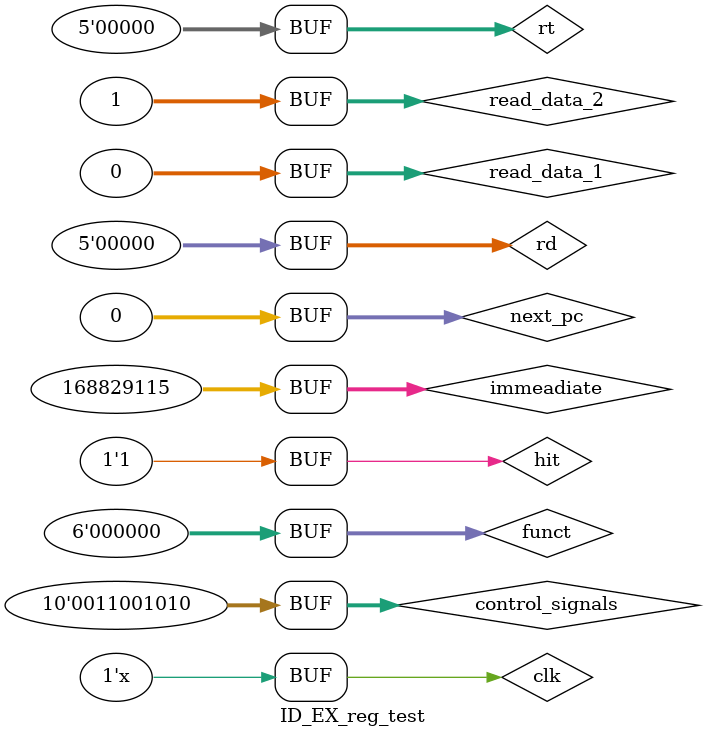
<source format=v>
`timescale 1ns / 1ps

module ID_EX_reg_test #(parameter PERIOD=20);

	// Inputs
	reg clk;
	reg hit;
	reg [31:0] read_data_1;
	reg [31:0] read_data_2;
	reg [31:0] immeadiate;
	reg [9:0] control_signals;
	reg [4:0] rt;
	reg [4:0] rd;
	reg [5:0] funct;
	reg [31:0] next_pc;

	// Outputs
	wire [31:0] read_data_1_out;
	wire [31:0] read_data_2_out;
	wire [31:0] immeadiate_out;
	wire [9:0] control_signals_out;
	wire [4:0] rt_out;
	wire [4:0] rd_out;
	wire [5:0] funct_out;
	wire [31:0] next_pc_out;

	// Instantiate the Unit Under Test (UUT)
	ID_EX_reg uut (
		.clk(clk), 
		.hit(hit), 
		.read_data_1(read_data_1), 
		.read_data_2(read_data_2), 
		.immeadiate(immeadiate), 
		.control_signals(control_signals), 
		.rt(rt), 
		.rd(rd), 
		.funct(funct), 
		.next_pc(next_pc), 
		.read_data_1_out(read_data_1_out), 
		.read_data_2_out(read_data_2_out), 
		.immeadiate_out(immeadiate_out), 
		.control_signals_out(control_signals_out), 
		.rt_out(rt_out), 
		.rd_out(rd_out), 
		.funct_out(funct_out), 
		.next_pc_out(next_pc_out)
	);
	
	always #PERIOD clk=~clk; 

	initial begin
		clk = 1;
		hit = 0;
		read_data_1 = 32'b1;
		read_data_2 = 32'b1;
		immeadiate = 0;
		control_signals = 0;
		rt = 0;
		rd = 0;
		funct = 0;
		next_pc = 0;
		#PERIOD;
		clk = 0;
		#PERIOD;
		
		clk = 1;
		hit = 1;
		read_data_1 = 32'h0;
		read_data_2 = 32'h1;
		immeadiate = 32'h0A1020BB;
		control_signals = 10'b0011001010;
		rt = 0;
		rd = 0;
		funct = 0;
		next_pc = 0;
		#PERIOD;
		clk = 0;
		#PERIOD;

	end
      
endmodule


</source>
